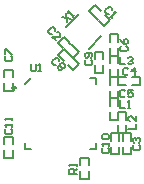
<source format=gto>
%FSLAX24Y24*%
%MOIN*%
G70*
G01*
G75*
G04 Layer_Color=65535*
%ADD10R,0.0197X0.0256*%
%ADD11R,0.0197X0.0236*%
%ADD12R,0.0236X0.0197*%
%ADD13R,0.0400X0.0370*%
G04:AMPARAMS|DCode=14|XSize=47.2mil|YSize=43.3mil|CornerRadius=0mil|HoleSize=0mil|Usage=FLASHONLY|Rotation=225.000|XOffset=0mil|YOffset=0mil|HoleType=Round|Shape=Rectangle|*
%AMROTATEDRECTD14*
4,1,4,0.0014,0.0320,0.0320,0.0014,-0.0014,-0.0320,-0.0320,-0.0014,0.0014,0.0320,0.0*
%
%ADD14ROTATEDRECTD14*%

%ADD15O,0.0256X0.0079*%
%ADD16O,0.0079X0.0256*%
%ADD17R,0.1850X0.1850*%
%ADD18R,0.0217X0.0236*%
G04:AMPARAMS|DCode=19|XSize=19.7mil|YSize=23.6mil|CornerRadius=0mil|HoleSize=0mil|Usage=FLASHONLY|Rotation=225.000|XOffset=0mil|YOffset=0mil|HoleType=Round|Shape=Rectangle|*
%AMROTATEDRECTD19*
4,1,4,-0.0014,0.0153,0.0153,-0.0014,0.0014,-0.0153,-0.0153,0.0014,-0.0014,0.0153,0.0*
%
%ADD19ROTATEDRECTD19*%

%ADD20C,0.0080*%
%ADD21C,0.0370*%
%ADD22C,0.0090*%
%ADD23C,0.0060*%
%ADD24C,0.0240*%
%ADD25C,0.0260*%
%ADD26C,0.0098*%
%ADD27C,0.0079*%
%ADD28C,0.0050*%
D23*
X1928Y1678D02*
Y1934D01*
Y1226D02*
Y1482D01*
X1652Y1678D02*
X1652Y1934D01*
Y1226D02*
Y1482D01*
Y1226D02*
X1928Y1226D01*
X1652Y1934D02*
X1928Y1934D01*
X2208Y-192D02*
Y64D01*
Y-644D02*
Y-388D01*
X1932Y-192D02*
Y64D01*
Y-644D02*
Y-388D01*
Y-644D02*
X2208D01*
X1932Y64D02*
X2208D01*
X1928Y258D02*
Y514D01*
Y-194D02*
Y62D01*
X1652Y258D02*
X1652Y514D01*
Y-194D02*
Y62D01*
Y-194D02*
X1928D01*
X1652Y514D02*
X1928D01*
Y2388D02*
Y2644D01*
Y1936D02*
Y2192D01*
X1652Y2388D02*
Y2644D01*
Y1936D02*
Y2192D01*
Y1936D02*
X1928D01*
X1652Y2644D02*
X1928D01*
Y968D02*
Y1224D01*
Y516D02*
Y772D01*
X1652Y968D02*
Y1224D01*
Y516D02*
X1652Y772D01*
X1652Y516D02*
X1928D01*
X1652Y1224D02*
X1928D01*
X2082Y-1354D02*
Y-1098D01*
Y-646D02*
X2082Y-902D01*
X2358Y-1354D02*
Y-1098D01*
Y-902D02*
Y-646D01*
X2082D02*
X2358D01*
X2082Y-1354D02*
X2358D01*
X2398Y952D02*
X2654D01*
X1946D02*
X2202D01*
X2398Y1228D02*
X2654D01*
X1946D02*
X2202D01*
X1946Y952D02*
Y1228D01*
X2654Y952D02*
Y1228D01*
X1702Y-1354D02*
X1978D01*
X1702Y-646D02*
X1978D01*
Y-902D02*
Y-646D01*
Y-1354D02*
Y-1098D01*
X1702Y-902D02*
Y-646D01*
Y-1354D02*
Y-1098D01*
X1173Y3220D02*
X1270Y3123D01*
X212Y2900D02*
X630Y3318D01*
X311Y2370D02*
X414Y2267D01*
X950Y2162D02*
X1365Y2577D01*
X662Y-1476D02*
X958D01*
X662Y-2164D02*
X958D01*
X662D02*
Y-1918D01*
Y-1722D02*
Y-1476D01*
X958Y-2164D02*
Y-1918D01*
Y-1722D02*
Y-1476D01*
X-1858Y-1474D02*
X-1582D01*
X-1858Y-766D02*
X-1582D01*
Y-1022D02*
Y-766D01*
Y-1474D02*
Y-1218D01*
X-1858Y-1022D02*
Y-766D01*
Y-1474D02*
Y-1218D01*
X1152Y2074D02*
X1428D01*
X1152Y1366D02*
X1428D01*
X1152D02*
Y1622D01*
Y1818D02*
Y2074D01*
X1428Y1366D02*
Y1622D01*
Y1818D02*
Y2074D01*
X-58Y1953D02*
X137Y2148D01*
X443Y1452D02*
X638Y1647D01*
X262Y1633D02*
X443Y1452D01*
X-58Y1953D02*
X123Y1772D01*
X457Y1828D02*
X638Y1647D01*
X137Y2148D02*
X318Y1967D01*
X-1858Y1472D02*
X-1582D01*
X-1858Y764D02*
X-1582D01*
X-1858D02*
Y1020D01*
Y1217D02*
Y1472D01*
X-1582Y764D02*
Y1020D01*
Y1217D02*
Y1472D01*
X-78Y2373D02*
X117Y2568D01*
X423Y1872D02*
X618Y2067D01*
X242Y2053D02*
X423Y1872D01*
X-78Y2373D02*
X103Y2192D01*
X437Y2248D02*
X618Y2067D01*
X117Y2568D02*
X298Y2387D01*
X1473Y2922D02*
X1668Y3117D01*
X972Y3423D02*
X1167Y3618D01*
X1348Y3437D01*
X1487Y3298D02*
X1668Y3117D01*
X972Y3423D02*
X1153Y3242D01*
X1292Y3103D02*
X1473Y2922D01*
D26*
X-1486Y866D02*
G03*
X-1486Y866I-49J0D01*
G01*
D27*
X-1181Y984D02*
X-984Y1181D01*
X984D02*
X1181D01*
Y984D02*
Y1181D01*
Y-1181D02*
Y-984D01*
X984Y-1181D02*
X1181D01*
X-1181D02*
X-984D01*
X-1181D02*
Y-984D01*
D28*
X2000Y1900D02*
Y1650D01*
X2167D01*
X2250Y1858D02*
X2292Y1900D01*
X2375D01*
X2417Y1858D01*
Y1817D01*
X2375Y1775D01*
X2333D01*
X2375D01*
X2417Y1733D01*
Y1692D01*
X2375Y1650D01*
X2292D01*
X2250Y1692D01*
X2280Y-500D02*
X2530D01*
Y-333D01*
Y-83D02*
Y-250D01*
X2363Y-83D01*
X2322D01*
X2280Y-125D01*
Y-208D01*
X2322Y-250D01*
X2000Y450D02*
Y200D01*
X2167D01*
X2250D02*
X2333D01*
X2292D01*
Y450D01*
X2250Y408D01*
X2042Y2247D02*
X2000Y2205D01*
Y2122D01*
X2042Y2080D01*
X2208D01*
X2250Y2122D01*
Y2205D01*
X2208Y2247D01*
X2000Y2497D02*
X2042Y2413D01*
X2125Y2330D01*
X2208D01*
X2250Y2372D01*
Y2455D01*
X2208Y2497D01*
X2167D01*
X2125Y2455D01*
Y2330D01*
X2167Y758D02*
X2125Y800D01*
X2042D01*
X2000Y758D01*
Y592D01*
X2042Y550D01*
X2125D01*
X2167Y592D01*
X2417Y800D02*
X2250D01*
Y675D01*
X2333Y717D01*
X2375D01*
X2417Y675D01*
Y592D01*
X2375Y550D01*
X2292D01*
X2250Y592D01*
X2462Y-1043D02*
X2420Y-1085D01*
Y-1168D01*
X2462Y-1210D01*
X2628D01*
X2670Y-1168D01*
Y-1085D01*
X2628Y-1043D01*
X2462Y-960D02*
X2420Y-918D01*
Y-835D01*
X2462Y-793D01*
X2503D01*
X2545Y-835D01*
Y-877D01*
Y-835D01*
X2587Y-793D01*
X2628D01*
X2670Y-835D01*
Y-918D01*
X2628Y-960D01*
X2277Y1498D02*
X2235Y1540D01*
X2152D01*
X2110Y1498D01*
Y1332D01*
X2152Y1290D01*
X2235D01*
X2277Y1332D01*
X2485Y1290D02*
Y1540D01*
X2360Y1415D01*
X2527D01*
X-165Y2769D02*
Y2828D01*
X-224Y2887D01*
X-283D01*
X-401Y2769D01*
Y2711D01*
X-342Y2652D01*
X-283D01*
X-135Y2445D02*
X-253Y2563D01*
X-18D01*
X12Y2593D01*
Y2652D01*
X-47Y2711D01*
X-106D01*
X872Y1787D02*
X830Y1745D01*
Y1662D01*
X872Y1620D01*
X1038D01*
X1080Y1662D01*
Y1745D01*
X1038Y1787D01*
Y1870D02*
X1080Y1912D01*
Y1995D01*
X1038Y2037D01*
X872D01*
X830Y1995D01*
Y1912D01*
X872Y1870D01*
X913D01*
X955Y1912D01*
Y2037D01*
X-1801Y1919D02*
X-1842Y1877D01*
Y1794D01*
X-1801Y1752D01*
X-1634D01*
X-1593Y1794D01*
Y1877D01*
X-1634Y1919D01*
X-1842Y2002D02*
Y2168D01*
X-1801D01*
X-1634Y2002D01*
X-1593D01*
X-25Y1749D02*
Y1808D01*
X-84Y1867D01*
X-143D01*
X-261Y1749D01*
Y1691D01*
X-202Y1632D01*
X-143D01*
X34Y1691D02*
X93D01*
X152Y1632D01*
Y1573D01*
X122Y1543D01*
X63D01*
X63Y1484D01*
X34Y1455D01*
X-25D01*
X-84Y1514D01*
Y1573D01*
X-54Y1602D01*
X5Y1602D01*
Y1661D01*
X34Y1691D01*
X5Y1602D02*
X63Y1543D01*
X-1800Y-513D02*
X-1842Y-555D01*
Y-638D01*
X-1800Y-680D01*
X-1634D01*
X-1592Y-638D01*
Y-555D01*
X-1634Y-513D01*
X-1592Y-430D02*
Y-347D01*
Y-388D01*
X-1842D01*
X-1800Y-430D01*
X-1592Y-222D02*
Y-139D01*
Y-180D01*
X-1842D01*
X-1800Y-222D01*
X-970Y1670D02*
Y1462D01*
X-928Y1420D01*
X-845D01*
X-803Y1462D01*
Y1670D01*
X-720Y1420D02*
X-637D01*
X-678D01*
Y1670D01*
X-720Y1628D01*
X63Y3227D02*
X358Y3168D01*
X181Y3345D02*
X240Y3050D01*
X417Y3227D02*
X476Y3286D01*
X446Y3256D01*
X269Y3433D01*
Y3374D01*
X1745Y3449D02*
Y3508D01*
X1686Y3567D01*
X1627D01*
X1509Y3449D01*
Y3391D01*
X1568Y3332D01*
X1627D01*
X1657Y3243D02*
X1716Y3184D01*
X1686Y3214D01*
X1863Y3391D01*
X1804D01*
X1432Y-1143D02*
X1390Y-1185D01*
Y-1268D01*
X1432Y-1310D01*
X1598D01*
X1640Y-1268D01*
Y-1185D01*
X1598Y-1143D01*
X1640Y-1060D02*
Y-977D01*
Y-1018D01*
X1390D01*
X1432Y-1060D01*
Y-852D02*
X1390Y-810D01*
Y-727D01*
X1432Y-685D01*
X1598D01*
X1640Y-727D01*
Y-810D01*
X1598Y-852D01*
X1432D01*
X550Y-2000D02*
X300D01*
Y-1875D01*
X342Y-1833D01*
X425D01*
X467Y-1875D01*
Y-2000D01*
Y-1917D02*
X550Y-1833D01*
Y-1750D02*
Y-1667D01*
Y-1708D01*
X300D01*
X342Y-1750D01*
M02*

</source>
